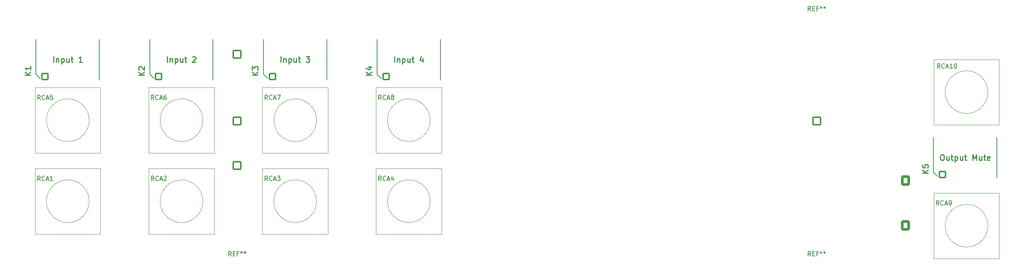
<source format=gbr>
%TF.GenerationSoftware,KiCad,Pcbnew,7.0.10*%
%TF.CreationDate,2024-01-24T20:37:13+01:00*%
%TF.ProjectId,ThePreamp-Analogue,54686550-7265-4616-9d70-2d416e616c6f,rev?*%
%TF.SameCoordinates,Original*%
%TF.FileFunction,Legend,Top*%
%TF.FilePolarity,Positive*%
%FSLAX46Y46*%
G04 Gerber Fmt 4.6, Leading zero omitted, Abs format (unit mm)*
G04 Created by KiCad (PCBNEW 7.0.10) date 2024-01-24 20:37:13*
%MOMM*%
%LPD*%
G01*
G04 APERTURE LIST*
G04 Aperture macros list*
%AMRoundRect*
0 Rectangle with rounded corners*
0 $1 Rounding radius*
0 $2 $3 $4 $5 $6 $7 $8 $9 X,Y pos of 4 corners*
0 Add a 4 corners polygon primitive as box body*
4,1,4,$2,$3,$4,$5,$6,$7,$8,$9,$2,$3,0*
0 Add four circle primitives for the rounded corners*
1,1,$1+$1,$2,$3*
1,1,$1+$1,$4,$5*
1,1,$1+$1,$6,$7*
1,1,$1+$1,$8,$9*
0 Add four rect primitives between the rounded corners*
20,1,$1+$1,$2,$3,$4,$5,0*
20,1,$1+$1,$4,$5,$6,$7,0*
20,1,$1+$1,$6,$7,$8,$9,0*
20,1,$1+$1,$8,$9,$2,$3,0*%
G04 Aperture macros list end*
%ADD10C,0.150000*%
%ADD11C,0.254000*%
%ADD12C,0.120000*%
%ADD13C,0.200000*%
%ADD14O,2.400000X3.400000*%
%ADD15C,4.400000*%
%ADD16C,3.600000*%
%ADD17RoundRect,0.200000X0.675000X-0.675000X0.675000X0.675000X-0.675000X0.675000X-0.675000X-0.675000X0*%
%ADD18C,1.750000*%
%ADD19RoundRect,0.308824X-0.741176X-0.866176X0.741176X-0.866176X0.741176X0.866176X-0.741176X0.866176X0*%
%ADD20O,2.100000X2.350000*%
%ADD21C,2.000000*%
%ADD22O,2.000000X2.000000*%
%ADD23RoundRect,0.308824X0.741176X0.891176X-0.741176X0.891176X-0.741176X-0.891176X0.741176X-0.891176X0*%
%ADD24O,2.100000X2.400000*%
%ADD25RoundRect,0.200000X-0.850000X-0.850000X0.850000X-0.850000X0.850000X0.850000X-0.850000X0.850000X0*%
%ADD26O,2.100000X2.100000*%
%ADD27RoundRect,0.200000X0.850000X0.850000X-0.850000X0.850000X-0.850000X-0.850000X0.850000X-0.850000X0*%
G04 APERTURE END LIST*
D10*
X222648571Y50895181D02*
X222315238Y51371372D01*
X222077143Y50895181D02*
X222077143Y51895181D01*
X222077143Y51895181D02*
X222458095Y51895181D01*
X222458095Y51895181D02*
X222553333Y51847562D01*
X222553333Y51847562D02*
X222600952Y51799943D01*
X222600952Y51799943D02*
X222648571Y51704705D01*
X222648571Y51704705D02*
X222648571Y51561848D01*
X222648571Y51561848D02*
X222600952Y51466610D01*
X222600952Y51466610D02*
X222553333Y51418991D01*
X222553333Y51418991D02*
X222458095Y51371372D01*
X222458095Y51371372D02*
X222077143Y51371372D01*
X223648571Y50990420D02*
X223600952Y50942800D01*
X223600952Y50942800D02*
X223458095Y50895181D01*
X223458095Y50895181D02*
X223362857Y50895181D01*
X223362857Y50895181D02*
X223220000Y50942800D01*
X223220000Y50942800D02*
X223124762Y51038039D01*
X223124762Y51038039D02*
X223077143Y51133277D01*
X223077143Y51133277D02*
X223029524Y51323753D01*
X223029524Y51323753D02*
X223029524Y51466610D01*
X223029524Y51466610D02*
X223077143Y51657086D01*
X223077143Y51657086D02*
X223124762Y51752324D01*
X223124762Y51752324D02*
X223220000Y51847562D01*
X223220000Y51847562D02*
X223362857Y51895181D01*
X223362857Y51895181D02*
X223458095Y51895181D01*
X223458095Y51895181D02*
X223600952Y51847562D01*
X223600952Y51847562D02*
X223648571Y51799943D01*
X224029524Y51180896D02*
X224505714Y51180896D01*
X223934286Y50895181D02*
X224267619Y51895181D01*
X224267619Y51895181D02*
X224600952Y50895181D01*
X225458095Y50895181D02*
X224886667Y50895181D01*
X225172381Y50895181D02*
X225172381Y51895181D01*
X225172381Y51895181D02*
X225077143Y51752324D01*
X225077143Y51752324D02*
X224981905Y51657086D01*
X224981905Y51657086D02*
X224886667Y51609467D01*
X226077143Y51895181D02*
X226172381Y51895181D01*
X226172381Y51895181D02*
X226267619Y51847562D01*
X226267619Y51847562D02*
X226315238Y51799943D01*
X226315238Y51799943D02*
X226362857Y51704705D01*
X226362857Y51704705D02*
X226410476Y51514229D01*
X226410476Y51514229D02*
X226410476Y51276134D01*
X226410476Y51276134D02*
X226362857Y51085658D01*
X226362857Y51085658D02*
X226315238Y50990420D01*
X226315238Y50990420D02*
X226267619Y50942800D01*
X226267619Y50942800D02*
X226172381Y50895181D01*
X226172381Y50895181D02*
X226077143Y50895181D01*
X226077143Y50895181D02*
X225981905Y50942800D01*
X225981905Y50942800D02*
X225934286Y50990420D01*
X225934286Y50990420D02*
X225886667Y51085658D01*
X225886667Y51085658D02*
X225839048Y51276134D01*
X225839048Y51276134D02*
X225839048Y51514229D01*
X225839048Y51514229D02*
X225886667Y51704705D01*
X225886667Y51704705D02*
X225934286Y51799943D01*
X225934286Y51799943D02*
X225981905Y51847562D01*
X225981905Y51847562D02*
X226077143Y51895181D01*
X71824761Y25625181D02*
X71491428Y26101372D01*
X71253333Y25625181D02*
X71253333Y26625181D01*
X71253333Y26625181D02*
X71634285Y26625181D01*
X71634285Y26625181D02*
X71729523Y26577562D01*
X71729523Y26577562D02*
X71777142Y26529943D01*
X71777142Y26529943D02*
X71824761Y26434705D01*
X71824761Y26434705D02*
X71824761Y26291848D01*
X71824761Y26291848D02*
X71777142Y26196610D01*
X71777142Y26196610D02*
X71729523Y26148991D01*
X71729523Y26148991D02*
X71634285Y26101372D01*
X71634285Y26101372D02*
X71253333Y26101372D01*
X72824761Y25720420D02*
X72777142Y25672800D01*
X72777142Y25672800D02*
X72634285Y25625181D01*
X72634285Y25625181D02*
X72539047Y25625181D01*
X72539047Y25625181D02*
X72396190Y25672800D01*
X72396190Y25672800D02*
X72300952Y25768039D01*
X72300952Y25768039D02*
X72253333Y25863277D01*
X72253333Y25863277D02*
X72205714Y26053753D01*
X72205714Y26053753D02*
X72205714Y26196610D01*
X72205714Y26196610D02*
X72253333Y26387086D01*
X72253333Y26387086D02*
X72300952Y26482324D01*
X72300952Y26482324D02*
X72396190Y26577562D01*
X72396190Y26577562D02*
X72539047Y26625181D01*
X72539047Y26625181D02*
X72634285Y26625181D01*
X72634285Y26625181D02*
X72777142Y26577562D01*
X72777142Y26577562D02*
X72824761Y26529943D01*
X73205714Y25910896D02*
X73681904Y25910896D01*
X73110476Y25625181D02*
X73443809Y26625181D01*
X73443809Y26625181D02*
X73777142Y25625181D01*
X74015238Y26625181D02*
X74634285Y26625181D01*
X74634285Y26625181D02*
X74300952Y26244229D01*
X74300952Y26244229D02*
X74443809Y26244229D01*
X74443809Y26244229D02*
X74539047Y26196610D01*
X74539047Y26196610D02*
X74586666Y26148991D01*
X74586666Y26148991D02*
X74634285Y26053753D01*
X74634285Y26053753D02*
X74634285Y25815658D01*
X74634285Y25815658D02*
X74586666Y25720420D01*
X74586666Y25720420D02*
X74539047Y25672800D01*
X74539047Y25672800D02*
X74443809Y25625181D01*
X74443809Y25625181D02*
X74158095Y25625181D01*
X74158095Y25625181D02*
X74062857Y25672800D01*
X74062857Y25672800D02*
X74015238Y25720420D01*
X46324761Y43825181D02*
X45991428Y44301372D01*
X45753333Y43825181D02*
X45753333Y44825181D01*
X45753333Y44825181D02*
X46134285Y44825181D01*
X46134285Y44825181D02*
X46229523Y44777562D01*
X46229523Y44777562D02*
X46277142Y44729943D01*
X46277142Y44729943D02*
X46324761Y44634705D01*
X46324761Y44634705D02*
X46324761Y44491848D01*
X46324761Y44491848D02*
X46277142Y44396610D01*
X46277142Y44396610D02*
X46229523Y44348991D01*
X46229523Y44348991D02*
X46134285Y44301372D01*
X46134285Y44301372D02*
X45753333Y44301372D01*
X47324761Y43920420D02*
X47277142Y43872800D01*
X47277142Y43872800D02*
X47134285Y43825181D01*
X47134285Y43825181D02*
X47039047Y43825181D01*
X47039047Y43825181D02*
X46896190Y43872800D01*
X46896190Y43872800D02*
X46800952Y43968039D01*
X46800952Y43968039D02*
X46753333Y44063277D01*
X46753333Y44063277D02*
X46705714Y44253753D01*
X46705714Y44253753D02*
X46705714Y44396610D01*
X46705714Y44396610D02*
X46753333Y44587086D01*
X46753333Y44587086D02*
X46800952Y44682324D01*
X46800952Y44682324D02*
X46896190Y44777562D01*
X46896190Y44777562D02*
X47039047Y44825181D01*
X47039047Y44825181D02*
X47134285Y44825181D01*
X47134285Y44825181D02*
X47277142Y44777562D01*
X47277142Y44777562D02*
X47324761Y44729943D01*
X47705714Y44110896D02*
X48181904Y44110896D01*
X47610476Y43825181D02*
X47943809Y44825181D01*
X47943809Y44825181D02*
X48277142Y43825181D01*
X49039047Y44825181D02*
X48848571Y44825181D01*
X48848571Y44825181D02*
X48753333Y44777562D01*
X48753333Y44777562D02*
X48705714Y44729943D01*
X48705714Y44729943D02*
X48610476Y44587086D01*
X48610476Y44587086D02*
X48562857Y44396610D01*
X48562857Y44396610D02*
X48562857Y44015658D01*
X48562857Y44015658D02*
X48610476Y43920420D01*
X48610476Y43920420D02*
X48658095Y43872800D01*
X48658095Y43872800D02*
X48753333Y43825181D01*
X48753333Y43825181D02*
X48943809Y43825181D01*
X48943809Y43825181D02*
X49039047Y43872800D01*
X49039047Y43872800D02*
X49086666Y43920420D01*
X49086666Y43920420D02*
X49134285Y44015658D01*
X49134285Y44015658D02*
X49134285Y44253753D01*
X49134285Y44253753D02*
X49086666Y44348991D01*
X49086666Y44348991D02*
X49039047Y44396610D01*
X49039047Y44396610D02*
X48943809Y44444229D01*
X48943809Y44444229D02*
X48753333Y44444229D01*
X48753333Y44444229D02*
X48658095Y44396610D01*
X48658095Y44396610D02*
X48610476Y44348991D01*
X48610476Y44348991D02*
X48562857Y44253753D01*
X97324761Y43825181D02*
X96991428Y44301372D01*
X96753333Y43825181D02*
X96753333Y44825181D01*
X96753333Y44825181D02*
X97134285Y44825181D01*
X97134285Y44825181D02*
X97229523Y44777562D01*
X97229523Y44777562D02*
X97277142Y44729943D01*
X97277142Y44729943D02*
X97324761Y44634705D01*
X97324761Y44634705D02*
X97324761Y44491848D01*
X97324761Y44491848D02*
X97277142Y44396610D01*
X97277142Y44396610D02*
X97229523Y44348991D01*
X97229523Y44348991D02*
X97134285Y44301372D01*
X97134285Y44301372D02*
X96753333Y44301372D01*
X98324761Y43920420D02*
X98277142Y43872800D01*
X98277142Y43872800D02*
X98134285Y43825181D01*
X98134285Y43825181D02*
X98039047Y43825181D01*
X98039047Y43825181D02*
X97896190Y43872800D01*
X97896190Y43872800D02*
X97800952Y43968039D01*
X97800952Y43968039D02*
X97753333Y44063277D01*
X97753333Y44063277D02*
X97705714Y44253753D01*
X97705714Y44253753D02*
X97705714Y44396610D01*
X97705714Y44396610D02*
X97753333Y44587086D01*
X97753333Y44587086D02*
X97800952Y44682324D01*
X97800952Y44682324D02*
X97896190Y44777562D01*
X97896190Y44777562D02*
X98039047Y44825181D01*
X98039047Y44825181D02*
X98134285Y44825181D01*
X98134285Y44825181D02*
X98277142Y44777562D01*
X98277142Y44777562D02*
X98324761Y44729943D01*
X98705714Y44110896D02*
X99181904Y44110896D01*
X98610476Y43825181D02*
X98943809Y44825181D01*
X98943809Y44825181D02*
X99277142Y43825181D01*
X99753333Y44396610D02*
X99658095Y44444229D01*
X99658095Y44444229D02*
X99610476Y44491848D01*
X99610476Y44491848D02*
X99562857Y44587086D01*
X99562857Y44587086D02*
X99562857Y44634705D01*
X99562857Y44634705D02*
X99610476Y44729943D01*
X99610476Y44729943D02*
X99658095Y44777562D01*
X99658095Y44777562D02*
X99753333Y44825181D01*
X99753333Y44825181D02*
X99943809Y44825181D01*
X99943809Y44825181D02*
X100039047Y44777562D01*
X100039047Y44777562D02*
X100086666Y44729943D01*
X100086666Y44729943D02*
X100134285Y44634705D01*
X100134285Y44634705D02*
X100134285Y44587086D01*
X100134285Y44587086D02*
X100086666Y44491848D01*
X100086666Y44491848D02*
X100039047Y44444229D01*
X100039047Y44444229D02*
X99943809Y44396610D01*
X99943809Y44396610D02*
X99753333Y44396610D01*
X99753333Y44396610D02*
X99658095Y44348991D01*
X99658095Y44348991D02*
X99610476Y44301372D01*
X99610476Y44301372D02*
X99562857Y44206134D01*
X99562857Y44206134D02*
X99562857Y44015658D01*
X99562857Y44015658D02*
X99610476Y43920420D01*
X99610476Y43920420D02*
X99658095Y43872800D01*
X99658095Y43872800D02*
X99753333Y43825181D01*
X99753333Y43825181D02*
X99943809Y43825181D01*
X99943809Y43825181D02*
X100039047Y43872800D01*
X100039047Y43872800D02*
X100086666Y43920420D01*
X100086666Y43920420D02*
X100134285Y44015658D01*
X100134285Y44015658D02*
X100134285Y44206134D01*
X100134285Y44206134D02*
X100086666Y44301372D01*
X100086666Y44301372D02*
X100039047Y44348991D01*
X100039047Y44348991D02*
X99943809Y44396610D01*
X20824761Y25625181D02*
X20491428Y26101372D01*
X20253333Y25625181D02*
X20253333Y26625181D01*
X20253333Y26625181D02*
X20634285Y26625181D01*
X20634285Y26625181D02*
X20729523Y26577562D01*
X20729523Y26577562D02*
X20777142Y26529943D01*
X20777142Y26529943D02*
X20824761Y26434705D01*
X20824761Y26434705D02*
X20824761Y26291848D01*
X20824761Y26291848D02*
X20777142Y26196610D01*
X20777142Y26196610D02*
X20729523Y26148991D01*
X20729523Y26148991D02*
X20634285Y26101372D01*
X20634285Y26101372D02*
X20253333Y26101372D01*
X21824761Y25720420D02*
X21777142Y25672800D01*
X21777142Y25672800D02*
X21634285Y25625181D01*
X21634285Y25625181D02*
X21539047Y25625181D01*
X21539047Y25625181D02*
X21396190Y25672800D01*
X21396190Y25672800D02*
X21300952Y25768039D01*
X21300952Y25768039D02*
X21253333Y25863277D01*
X21253333Y25863277D02*
X21205714Y26053753D01*
X21205714Y26053753D02*
X21205714Y26196610D01*
X21205714Y26196610D02*
X21253333Y26387086D01*
X21253333Y26387086D02*
X21300952Y26482324D01*
X21300952Y26482324D02*
X21396190Y26577562D01*
X21396190Y26577562D02*
X21539047Y26625181D01*
X21539047Y26625181D02*
X21634285Y26625181D01*
X21634285Y26625181D02*
X21777142Y26577562D01*
X21777142Y26577562D02*
X21824761Y26529943D01*
X22205714Y25910896D02*
X22681904Y25910896D01*
X22110476Y25625181D02*
X22443809Y26625181D01*
X22443809Y26625181D02*
X22777142Y25625181D01*
X23634285Y25625181D02*
X23062857Y25625181D01*
X23348571Y25625181D02*
X23348571Y26625181D01*
X23348571Y26625181D02*
X23253333Y26482324D01*
X23253333Y26482324D02*
X23158095Y26387086D01*
X23158095Y26387086D02*
X23062857Y26339467D01*
X20824761Y43825181D02*
X20491428Y44301372D01*
X20253333Y43825181D02*
X20253333Y44825181D01*
X20253333Y44825181D02*
X20634285Y44825181D01*
X20634285Y44825181D02*
X20729523Y44777562D01*
X20729523Y44777562D02*
X20777142Y44729943D01*
X20777142Y44729943D02*
X20824761Y44634705D01*
X20824761Y44634705D02*
X20824761Y44491848D01*
X20824761Y44491848D02*
X20777142Y44396610D01*
X20777142Y44396610D02*
X20729523Y44348991D01*
X20729523Y44348991D02*
X20634285Y44301372D01*
X20634285Y44301372D02*
X20253333Y44301372D01*
X21824761Y43920420D02*
X21777142Y43872800D01*
X21777142Y43872800D02*
X21634285Y43825181D01*
X21634285Y43825181D02*
X21539047Y43825181D01*
X21539047Y43825181D02*
X21396190Y43872800D01*
X21396190Y43872800D02*
X21300952Y43968039D01*
X21300952Y43968039D02*
X21253333Y44063277D01*
X21253333Y44063277D02*
X21205714Y44253753D01*
X21205714Y44253753D02*
X21205714Y44396610D01*
X21205714Y44396610D02*
X21253333Y44587086D01*
X21253333Y44587086D02*
X21300952Y44682324D01*
X21300952Y44682324D02*
X21396190Y44777562D01*
X21396190Y44777562D02*
X21539047Y44825181D01*
X21539047Y44825181D02*
X21634285Y44825181D01*
X21634285Y44825181D02*
X21777142Y44777562D01*
X21777142Y44777562D02*
X21824761Y44729943D01*
X22205714Y44110896D02*
X22681904Y44110896D01*
X22110476Y43825181D02*
X22443809Y44825181D01*
X22443809Y44825181D02*
X22777142Y43825181D01*
X23586666Y44825181D02*
X23110476Y44825181D01*
X23110476Y44825181D02*
X23062857Y44348991D01*
X23062857Y44348991D02*
X23110476Y44396610D01*
X23110476Y44396610D02*
X23205714Y44444229D01*
X23205714Y44444229D02*
X23443809Y44444229D01*
X23443809Y44444229D02*
X23539047Y44396610D01*
X23539047Y44396610D02*
X23586666Y44348991D01*
X23586666Y44348991D02*
X23634285Y44253753D01*
X23634285Y44253753D02*
X23634285Y44015658D01*
X23634285Y44015658D02*
X23586666Y43920420D01*
X23586666Y43920420D02*
X23539047Y43872800D01*
X23539047Y43872800D02*
X23443809Y43825181D01*
X23443809Y43825181D02*
X23205714Y43825181D01*
X23205714Y43825181D02*
X23110476Y43872800D01*
X23110476Y43872800D02*
X23062857Y43920420D01*
X97324761Y25625181D02*
X96991428Y26101372D01*
X96753333Y25625181D02*
X96753333Y26625181D01*
X96753333Y26625181D02*
X97134285Y26625181D01*
X97134285Y26625181D02*
X97229523Y26577562D01*
X97229523Y26577562D02*
X97277142Y26529943D01*
X97277142Y26529943D02*
X97324761Y26434705D01*
X97324761Y26434705D02*
X97324761Y26291848D01*
X97324761Y26291848D02*
X97277142Y26196610D01*
X97277142Y26196610D02*
X97229523Y26148991D01*
X97229523Y26148991D02*
X97134285Y26101372D01*
X97134285Y26101372D02*
X96753333Y26101372D01*
X98324761Y25720420D02*
X98277142Y25672800D01*
X98277142Y25672800D02*
X98134285Y25625181D01*
X98134285Y25625181D02*
X98039047Y25625181D01*
X98039047Y25625181D02*
X97896190Y25672800D01*
X97896190Y25672800D02*
X97800952Y25768039D01*
X97800952Y25768039D02*
X97753333Y25863277D01*
X97753333Y25863277D02*
X97705714Y26053753D01*
X97705714Y26053753D02*
X97705714Y26196610D01*
X97705714Y26196610D02*
X97753333Y26387086D01*
X97753333Y26387086D02*
X97800952Y26482324D01*
X97800952Y26482324D02*
X97896190Y26577562D01*
X97896190Y26577562D02*
X98039047Y26625181D01*
X98039047Y26625181D02*
X98134285Y26625181D01*
X98134285Y26625181D02*
X98277142Y26577562D01*
X98277142Y26577562D02*
X98324761Y26529943D01*
X98705714Y25910896D02*
X99181904Y25910896D01*
X98610476Y25625181D02*
X98943809Y26625181D01*
X98943809Y26625181D02*
X99277142Y25625181D01*
X100039047Y26291848D02*
X100039047Y25625181D01*
X99800952Y26672800D02*
X99562857Y25958515D01*
X99562857Y25958515D02*
X100181904Y25958515D01*
X71824761Y43825181D02*
X71491428Y44301372D01*
X71253333Y43825181D02*
X71253333Y44825181D01*
X71253333Y44825181D02*
X71634285Y44825181D01*
X71634285Y44825181D02*
X71729523Y44777562D01*
X71729523Y44777562D02*
X71777142Y44729943D01*
X71777142Y44729943D02*
X71824761Y44634705D01*
X71824761Y44634705D02*
X71824761Y44491848D01*
X71824761Y44491848D02*
X71777142Y44396610D01*
X71777142Y44396610D02*
X71729523Y44348991D01*
X71729523Y44348991D02*
X71634285Y44301372D01*
X71634285Y44301372D02*
X71253333Y44301372D01*
X72824761Y43920420D02*
X72777142Y43872800D01*
X72777142Y43872800D02*
X72634285Y43825181D01*
X72634285Y43825181D02*
X72539047Y43825181D01*
X72539047Y43825181D02*
X72396190Y43872800D01*
X72396190Y43872800D02*
X72300952Y43968039D01*
X72300952Y43968039D02*
X72253333Y44063277D01*
X72253333Y44063277D02*
X72205714Y44253753D01*
X72205714Y44253753D02*
X72205714Y44396610D01*
X72205714Y44396610D02*
X72253333Y44587086D01*
X72253333Y44587086D02*
X72300952Y44682324D01*
X72300952Y44682324D02*
X72396190Y44777562D01*
X72396190Y44777562D02*
X72539047Y44825181D01*
X72539047Y44825181D02*
X72634285Y44825181D01*
X72634285Y44825181D02*
X72777142Y44777562D01*
X72777142Y44777562D02*
X72824761Y44729943D01*
X73205714Y44110896D02*
X73681904Y44110896D01*
X73110476Y43825181D02*
X73443809Y44825181D01*
X73443809Y44825181D02*
X73777142Y43825181D01*
X74015238Y44825181D02*
X74681904Y44825181D01*
X74681904Y44825181D02*
X74253333Y43825181D01*
X46324761Y25625181D02*
X45991428Y26101372D01*
X45753333Y25625181D02*
X45753333Y26625181D01*
X45753333Y26625181D02*
X46134285Y26625181D01*
X46134285Y26625181D02*
X46229523Y26577562D01*
X46229523Y26577562D02*
X46277142Y26529943D01*
X46277142Y26529943D02*
X46324761Y26434705D01*
X46324761Y26434705D02*
X46324761Y26291848D01*
X46324761Y26291848D02*
X46277142Y26196610D01*
X46277142Y26196610D02*
X46229523Y26148991D01*
X46229523Y26148991D02*
X46134285Y26101372D01*
X46134285Y26101372D02*
X45753333Y26101372D01*
X47324761Y25720420D02*
X47277142Y25672800D01*
X47277142Y25672800D02*
X47134285Y25625181D01*
X47134285Y25625181D02*
X47039047Y25625181D01*
X47039047Y25625181D02*
X46896190Y25672800D01*
X46896190Y25672800D02*
X46800952Y25768039D01*
X46800952Y25768039D02*
X46753333Y25863277D01*
X46753333Y25863277D02*
X46705714Y26053753D01*
X46705714Y26053753D02*
X46705714Y26196610D01*
X46705714Y26196610D02*
X46753333Y26387086D01*
X46753333Y26387086D02*
X46800952Y26482324D01*
X46800952Y26482324D02*
X46896190Y26577562D01*
X46896190Y26577562D02*
X47039047Y26625181D01*
X47039047Y26625181D02*
X47134285Y26625181D01*
X47134285Y26625181D02*
X47277142Y26577562D01*
X47277142Y26577562D02*
X47324761Y26529943D01*
X47705714Y25910896D02*
X48181904Y25910896D01*
X47610476Y25625181D02*
X47943809Y26625181D01*
X47943809Y26625181D02*
X48277142Y25625181D01*
X48562857Y26529943D02*
X48610476Y26577562D01*
X48610476Y26577562D02*
X48705714Y26625181D01*
X48705714Y26625181D02*
X48943809Y26625181D01*
X48943809Y26625181D02*
X49039047Y26577562D01*
X49039047Y26577562D02*
X49086666Y26529943D01*
X49086666Y26529943D02*
X49134285Y26434705D01*
X49134285Y26434705D02*
X49134285Y26339467D01*
X49134285Y26339467D02*
X49086666Y26196610D01*
X49086666Y26196610D02*
X48515238Y25625181D01*
X48515238Y25625181D02*
X49134285Y25625181D01*
X222424761Y20125181D02*
X222091428Y20601372D01*
X221853333Y20125181D02*
X221853333Y21125181D01*
X221853333Y21125181D02*
X222234285Y21125181D01*
X222234285Y21125181D02*
X222329523Y21077562D01*
X222329523Y21077562D02*
X222377142Y21029943D01*
X222377142Y21029943D02*
X222424761Y20934705D01*
X222424761Y20934705D02*
X222424761Y20791848D01*
X222424761Y20791848D02*
X222377142Y20696610D01*
X222377142Y20696610D02*
X222329523Y20648991D01*
X222329523Y20648991D02*
X222234285Y20601372D01*
X222234285Y20601372D02*
X221853333Y20601372D01*
X223424761Y20220420D02*
X223377142Y20172800D01*
X223377142Y20172800D02*
X223234285Y20125181D01*
X223234285Y20125181D02*
X223139047Y20125181D01*
X223139047Y20125181D02*
X222996190Y20172800D01*
X222996190Y20172800D02*
X222900952Y20268039D01*
X222900952Y20268039D02*
X222853333Y20363277D01*
X222853333Y20363277D02*
X222805714Y20553753D01*
X222805714Y20553753D02*
X222805714Y20696610D01*
X222805714Y20696610D02*
X222853333Y20887086D01*
X222853333Y20887086D02*
X222900952Y20982324D01*
X222900952Y20982324D02*
X222996190Y21077562D01*
X222996190Y21077562D02*
X223139047Y21125181D01*
X223139047Y21125181D02*
X223234285Y21125181D01*
X223234285Y21125181D02*
X223377142Y21077562D01*
X223377142Y21077562D02*
X223424761Y21029943D01*
X223805714Y20410896D02*
X224281904Y20410896D01*
X223710476Y20125181D02*
X224043809Y21125181D01*
X224043809Y21125181D02*
X224377142Y20125181D01*
X224758095Y20125181D02*
X224948571Y20125181D01*
X224948571Y20125181D02*
X225043809Y20172800D01*
X225043809Y20172800D02*
X225091428Y20220420D01*
X225091428Y20220420D02*
X225186666Y20363277D01*
X225186666Y20363277D02*
X225234285Y20553753D01*
X225234285Y20553753D02*
X225234285Y20934705D01*
X225234285Y20934705D02*
X225186666Y21029943D01*
X225186666Y21029943D02*
X225139047Y21077562D01*
X225139047Y21077562D02*
X225043809Y21125181D01*
X225043809Y21125181D02*
X224853333Y21125181D01*
X224853333Y21125181D02*
X224758095Y21077562D01*
X224758095Y21077562D02*
X224710476Y21029943D01*
X224710476Y21029943D02*
X224662857Y20934705D01*
X224662857Y20934705D02*
X224662857Y20696610D01*
X224662857Y20696610D02*
X224710476Y20601372D01*
X224710476Y20601372D02*
X224758095Y20553753D01*
X224758095Y20553753D02*
X224853333Y20506134D01*
X224853333Y20506134D02*
X225043809Y20506134D01*
X225043809Y20506134D02*
X225139047Y20553753D01*
X225139047Y20553753D02*
X225186666Y20601372D01*
X225186666Y20601372D02*
X225234285Y20696610D01*
D11*
X95164318Y49332619D02*
X93894318Y49332619D01*
X95164318Y50058334D02*
X94438603Y49514048D01*
X93894318Y50058334D02*
X94620032Y49332619D01*
X94317651Y51146905D02*
X95164318Y51146905D01*
X93833842Y50844524D02*
X94740984Y50542143D01*
X94740984Y50542143D02*
X94740984Y51328334D01*
X100304999Y52235682D02*
X100304999Y53505682D01*
X100909761Y53082349D02*
X100909761Y52235682D01*
X100909761Y52961397D02*
X100970238Y53021873D01*
X100970238Y53021873D02*
X101091190Y53082349D01*
X101091190Y53082349D02*
X101272619Y53082349D01*
X101272619Y53082349D02*
X101393571Y53021873D01*
X101393571Y53021873D02*
X101454047Y52900920D01*
X101454047Y52900920D02*
X101454047Y52235682D01*
X102058809Y53082349D02*
X102058809Y51812349D01*
X102058809Y53021873D02*
X102179762Y53082349D01*
X102179762Y53082349D02*
X102421667Y53082349D01*
X102421667Y53082349D02*
X102542619Y53021873D01*
X102542619Y53021873D02*
X102603095Y52961397D01*
X102603095Y52961397D02*
X102663571Y52840444D01*
X102663571Y52840444D02*
X102663571Y52477587D01*
X102663571Y52477587D02*
X102603095Y52356635D01*
X102603095Y52356635D02*
X102542619Y52296158D01*
X102542619Y52296158D02*
X102421667Y52235682D01*
X102421667Y52235682D02*
X102179762Y52235682D01*
X102179762Y52235682D02*
X102058809Y52296158D01*
X103752143Y53082349D02*
X103752143Y52235682D01*
X103207857Y53082349D02*
X103207857Y52417111D01*
X103207857Y52417111D02*
X103268334Y52296158D01*
X103268334Y52296158D02*
X103389286Y52235682D01*
X103389286Y52235682D02*
X103570715Y52235682D01*
X103570715Y52235682D02*
X103691667Y52296158D01*
X103691667Y52296158D02*
X103752143Y52356635D01*
X104175477Y53082349D02*
X104659286Y53082349D01*
X104356905Y53505682D02*
X104356905Y52417111D01*
X104356905Y52417111D02*
X104417382Y52296158D01*
X104417382Y52296158D02*
X104538334Y52235682D01*
X104538334Y52235682D02*
X104659286Y52235682D01*
X106594524Y53082349D02*
X106594524Y52235682D01*
X106292143Y53566158D02*
X105989762Y52659016D01*
X105989762Y52659016D02*
X106775953Y52659016D01*
D10*
X193666666Y63745181D02*
X193333333Y64221372D01*
X193095238Y63745181D02*
X193095238Y64745181D01*
X193095238Y64745181D02*
X193476190Y64745181D01*
X193476190Y64745181D02*
X193571428Y64697562D01*
X193571428Y64697562D02*
X193619047Y64649943D01*
X193619047Y64649943D02*
X193666666Y64554705D01*
X193666666Y64554705D02*
X193666666Y64411848D01*
X193666666Y64411848D02*
X193619047Y64316610D01*
X193619047Y64316610D02*
X193571428Y64268991D01*
X193571428Y64268991D02*
X193476190Y64221372D01*
X193476190Y64221372D02*
X193095238Y64221372D01*
X194095238Y64268991D02*
X194428571Y64268991D01*
X194571428Y63745181D02*
X194095238Y63745181D01*
X194095238Y63745181D02*
X194095238Y64745181D01*
X194095238Y64745181D02*
X194571428Y64745181D01*
X195333333Y64268991D02*
X195000000Y64268991D01*
X195000000Y63745181D02*
X195000000Y64745181D01*
X195000000Y64745181D02*
X195476190Y64745181D01*
X196000000Y64745181D02*
X196000000Y64507086D01*
X195761905Y64602324D02*
X196000000Y64507086D01*
X196000000Y64507086D02*
X196238095Y64602324D01*
X195857143Y64316610D02*
X196000000Y64507086D01*
X196000000Y64507086D02*
X196142857Y64316610D01*
X196761905Y64745181D02*
X196761905Y64507086D01*
X196523810Y64602324D02*
X196761905Y64507086D01*
X196761905Y64507086D02*
X197000000Y64602324D01*
X196619048Y64316610D02*
X196761905Y64507086D01*
X196761905Y64507086D02*
X196904762Y64316610D01*
D11*
X44164318Y49332619D02*
X42894318Y49332619D01*
X44164318Y50058334D02*
X43438603Y49514048D01*
X42894318Y50058334D02*
X43620032Y49332619D01*
X43015270Y50542143D02*
X42954794Y50602619D01*
X42954794Y50602619D02*
X42894318Y50723572D01*
X42894318Y50723572D02*
X42894318Y51025953D01*
X42894318Y51025953D02*
X42954794Y51146905D01*
X42954794Y51146905D02*
X43015270Y51207381D01*
X43015270Y51207381D02*
X43136222Y51267858D01*
X43136222Y51267858D02*
X43257175Y51267858D01*
X43257175Y51267858D02*
X43438603Y51207381D01*
X43438603Y51207381D02*
X44164318Y50481667D01*
X44164318Y50481667D02*
X44164318Y51267858D01*
X49304999Y52235682D02*
X49304999Y53505682D01*
X49909761Y53082349D02*
X49909761Y52235682D01*
X49909761Y52961397D02*
X49970238Y53021873D01*
X49970238Y53021873D02*
X50091190Y53082349D01*
X50091190Y53082349D02*
X50272619Y53082349D01*
X50272619Y53082349D02*
X50393571Y53021873D01*
X50393571Y53021873D02*
X50454047Y52900920D01*
X50454047Y52900920D02*
X50454047Y52235682D01*
X51058809Y53082349D02*
X51058809Y51812349D01*
X51058809Y53021873D02*
X51179762Y53082349D01*
X51179762Y53082349D02*
X51421667Y53082349D01*
X51421667Y53082349D02*
X51542619Y53021873D01*
X51542619Y53021873D02*
X51603095Y52961397D01*
X51603095Y52961397D02*
X51663571Y52840444D01*
X51663571Y52840444D02*
X51663571Y52477587D01*
X51663571Y52477587D02*
X51603095Y52356635D01*
X51603095Y52356635D02*
X51542619Y52296158D01*
X51542619Y52296158D02*
X51421667Y52235682D01*
X51421667Y52235682D02*
X51179762Y52235682D01*
X51179762Y52235682D02*
X51058809Y52296158D01*
X52752143Y53082349D02*
X52752143Y52235682D01*
X52207857Y53082349D02*
X52207857Y52417111D01*
X52207857Y52417111D02*
X52268334Y52296158D01*
X52268334Y52296158D02*
X52389286Y52235682D01*
X52389286Y52235682D02*
X52570715Y52235682D01*
X52570715Y52235682D02*
X52691667Y52296158D01*
X52691667Y52296158D02*
X52752143Y52356635D01*
X53175477Y53082349D02*
X53659286Y53082349D01*
X53356905Y53505682D02*
X53356905Y52417111D01*
X53356905Y52417111D02*
X53417382Y52296158D01*
X53417382Y52296158D02*
X53538334Y52235682D01*
X53538334Y52235682D02*
X53659286Y52235682D01*
X54989762Y53384730D02*
X55050238Y53445206D01*
X55050238Y53445206D02*
X55171191Y53505682D01*
X55171191Y53505682D02*
X55473572Y53505682D01*
X55473572Y53505682D02*
X55594524Y53445206D01*
X55594524Y53445206D02*
X55655000Y53384730D01*
X55655000Y53384730D02*
X55715477Y53263778D01*
X55715477Y53263778D02*
X55715477Y53142825D01*
X55715477Y53142825D02*
X55655000Y52961397D01*
X55655000Y52961397D02*
X54929286Y52235682D01*
X54929286Y52235682D02*
X55715477Y52235682D01*
X18664318Y49332619D02*
X17394318Y49332619D01*
X18664318Y50058334D02*
X17938603Y49514048D01*
X17394318Y50058334D02*
X18120032Y49332619D01*
X18664318Y51267858D02*
X18664318Y50542143D01*
X18664318Y50905000D02*
X17394318Y50905000D01*
X17394318Y50905000D02*
X17575746Y50784048D01*
X17575746Y50784048D02*
X17696699Y50663096D01*
X17696699Y50663096D02*
X17757175Y50542143D01*
X23804999Y52235682D02*
X23804999Y53505682D01*
X24409761Y53082349D02*
X24409761Y52235682D01*
X24409761Y52961397D02*
X24470238Y53021873D01*
X24470238Y53021873D02*
X24591190Y53082349D01*
X24591190Y53082349D02*
X24772619Y53082349D01*
X24772619Y53082349D02*
X24893571Y53021873D01*
X24893571Y53021873D02*
X24954047Y52900920D01*
X24954047Y52900920D02*
X24954047Y52235682D01*
X25558809Y53082349D02*
X25558809Y51812349D01*
X25558809Y53021873D02*
X25679762Y53082349D01*
X25679762Y53082349D02*
X25921667Y53082349D01*
X25921667Y53082349D02*
X26042619Y53021873D01*
X26042619Y53021873D02*
X26103095Y52961397D01*
X26103095Y52961397D02*
X26163571Y52840444D01*
X26163571Y52840444D02*
X26163571Y52477587D01*
X26163571Y52477587D02*
X26103095Y52356635D01*
X26103095Y52356635D02*
X26042619Y52296158D01*
X26042619Y52296158D02*
X25921667Y52235682D01*
X25921667Y52235682D02*
X25679762Y52235682D01*
X25679762Y52235682D02*
X25558809Y52296158D01*
X27252143Y53082349D02*
X27252143Y52235682D01*
X26707857Y53082349D02*
X26707857Y52417111D01*
X26707857Y52417111D02*
X26768334Y52296158D01*
X26768334Y52296158D02*
X26889286Y52235682D01*
X26889286Y52235682D02*
X27070715Y52235682D01*
X27070715Y52235682D02*
X27191667Y52296158D01*
X27191667Y52296158D02*
X27252143Y52356635D01*
X27675477Y53082349D02*
X28159286Y53082349D01*
X27856905Y53505682D02*
X27856905Y52417111D01*
X27856905Y52417111D02*
X27917382Y52296158D01*
X27917382Y52296158D02*
X28038334Y52235682D01*
X28038334Y52235682D02*
X28159286Y52235682D01*
X30215477Y52235682D02*
X29489762Y52235682D01*
X29852619Y52235682D02*
X29852619Y53505682D01*
X29852619Y53505682D02*
X29731667Y53324254D01*
X29731667Y53324254D02*
X29610715Y53203301D01*
X29610715Y53203301D02*
X29489762Y53142825D01*
D10*
X193666666Y8745181D02*
X193333333Y9221372D01*
X193095238Y8745181D02*
X193095238Y9745181D01*
X193095238Y9745181D02*
X193476190Y9745181D01*
X193476190Y9745181D02*
X193571428Y9697562D01*
X193571428Y9697562D02*
X193619047Y9649943D01*
X193619047Y9649943D02*
X193666666Y9554705D01*
X193666666Y9554705D02*
X193666666Y9411848D01*
X193666666Y9411848D02*
X193619047Y9316610D01*
X193619047Y9316610D02*
X193571428Y9268991D01*
X193571428Y9268991D02*
X193476190Y9221372D01*
X193476190Y9221372D02*
X193095238Y9221372D01*
X194095238Y9268991D02*
X194428571Y9268991D01*
X194571428Y8745181D02*
X194095238Y8745181D01*
X194095238Y8745181D02*
X194095238Y9745181D01*
X194095238Y9745181D02*
X194571428Y9745181D01*
X195333333Y9268991D02*
X195000000Y9268991D01*
X195000000Y8745181D02*
X195000000Y9745181D01*
X195000000Y9745181D02*
X195476190Y9745181D01*
X196000000Y9745181D02*
X196000000Y9507086D01*
X195761905Y9602324D02*
X196000000Y9507086D01*
X196000000Y9507086D02*
X196238095Y9602324D01*
X195857143Y9316610D02*
X196000000Y9507086D01*
X196000000Y9507086D02*
X196142857Y9316610D01*
X196761905Y9745181D02*
X196761905Y9507086D01*
X196523810Y9602324D02*
X196761905Y9507086D01*
X196761905Y9507086D02*
X197000000Y9602324D01*
X196619048Y9316610D02*
X196761905Y9507086D01*
X196761905Y9507086D02*
X196904762Y9316610D01*
D11*
X69664318Y49332619D02*
X68394318Y49332619D01*
X69664318Y50058334D02*
X68938603Y49514048D01*
X68394318Y50058334D02*
X69120032Y49332619D01*
X68394318Y50481667D02*
X68394318Y51267858D01*
X68394318Y51267858D02*
X68878127Y50844524D01*
X68878127Y50844524D02*
X68878127Y51025953D01*
X68878127Y51025953D02*
X68938603Y51146905D01*
X68938603Y51146905D02*
X68999080Y51207381D01*
X68999080Y51207381D02*
X69120032Y51267858D01*
X69120032Y51267858D02*
X69422413Y51267858D01*
X69422413Y51267858D02*
X69543365Y51207381D01*
X69543365Y51207381D02*
X69603842Y51146905D01*
X69603842Y51146905D02*
X69664318Y51025953D01*
X69664318Y51025953D02*
X69664318Y50663096D01*
X69664318Y50663096D02*
X69603842Y50542143D01*
X69603842Y50542143D02*
X69543365Y50481667D01*
X74804999Y52235682D02*
X74804999Y53505682D01*
X75409761Y53082349D02*
X75409761Y52235682D01*
X75409761Y52961397D02*
X75470238Y53021873D01*
X75470238Y53021873D02*
X75591190Y53082349D01*
X75591190Y53082349D02*
X75772619Y53082349D01*
X75772619Y53082349D02*
X75893571Y53021873D01*
X75893571Y53021873D02*
X75954047Y52900920D01*
X75954047Y52900920D02*
X75954047Y52235682D01*
X76558809Y53082349D02*
X76558809Y51812349D01*
X76558809Y53021873D02*
X76679762Y53082349D01*
X76679762Y53082349D02*
X76921667Y53082349D01*
X76921667Y53082349D02*
X77042619Y53021873D01*
X77042619Y53021873D02*
X77103095Y52961397D01*
X77103095Y52961397D02*
X77163571Y52840444D01*
X77163571Y52840444D02*
X77163571Y52477587D01*
X77163571Y52477587D02*
X77103095Y52356635D01*
X77103095Y52356635D02*
X77042619Y52296158D01*
X77042619Y52296158D02*
X76921667Y52235682D01*
X76921667Y52235682D02*
X76679762Y52235682D01*
X76679762Y52235682D02*
X76558809Y52296158D01*
X78252143Y53082349D02*
X78252143Y52235682D01*
X77707857Y53082349D02*
X77707857Y52417111D01*
X77707857Y52417111D02*
X77768334Y52296158D01*
X77768334Y52296158D02*
X77889286Y52235682D01*
X77889286Y52235682D02*
X78070715Y52235682D01*
X78070715Y52235682D02*
X78191667Y52296158D01*
X78191667Y52296158D02*
X78252143Y52356635D01*
X78675477Y53082349D02*
X79159286Y53082349D01*
X78856905Y53505682D02*
X78856905Y52417111D01*
X78856905Y52417111D02*
X78917382Y52296158D01*
X78917382Y52296158D02*
X79038334Y52235682D01*
X79038334Y52235682D02*
X79159286Y52235682D01*
X80429286Y53505682D02*
X81215477Y53505682D01*
X81215477Y53505682D02*
X80792143Y53021873D01*
X80792143Y53021873D02*
X80973572Y53021873D01*
X80973572Y53021873D02*
X81094524Y52961397D01*
X81094524Y52961397D02*
X81155000Y52900920D01*
X81155000Y52900920D02*
X81215477Y52779968D01*
X81215477Y52779968D02*
X81215477Y52477587D01*
X81215477Y52477587D02*
X81155000Y52356635D01*
X81155000Y52356635D02*
X81094524Y52296158D01*
X81094524Y52296158D02*
X80973572Y52235682D01*
X80973572Y52235682D02*
X80610715Y52235682D01*
X80610715Y52235682D02*
X80489762Y52296158D01*
X80489762Y52296158D02*
X80429286Y52356635D01*
X219984318Y27322619D02*
X218714318Y27322619D01*
X219984318Y28048334D02*
X219258603Y27504048D01*
X218714318Y28048334D02*
X219440032Y27322619D01*
X218714318Y29197381D02*
X218714318Y28592619D01*
X218714318Y28592619D02*
X219319080Y28532143D01*
X219319080Y28532143D02*
X219258603Y28592619D01*
X219258603Y28592619D02*
X219198127Y28713572D01*
X219198127Y28713572D02*
X219198127Y29015953D01*
X219198127Y29015953D02*
X219258603Y29136905D01*
X219258603Y29136905D02*
X219319080Y29197381D01*
X219319080Y29197381D02*
X219440032Y29257858D01*
X219440032Y29257858D02*
X219742413Y29257858D01*
X219742413Y29257858D02*
X219863365Y29197381D01*
X219863365Y29197381D02*
X219923842Y29136905D01*
X219923842Y29136905D02*
X219984318Y29015953D01*
X219984318Y29015953D02*
X219984318Y28713572D01*
X219984318Y28713572D02*
X219923842Y28592619D01*
X219923842Y28592619D02*
X219863365Y28532143D01*
X223038571Y31495682D02*
X223280476Y31495682D01*
X223280476Y31495682D02*
X223401428Y31435206D01*
X223401428Y31435206D02*
X223522381Y31314254D01*
X223522381Y31314254D02*
X223582857Y31072349D01*
X223582857Y31072349D02*
X223582857Y30649016D01*
X223582857Y30649016D02*
X223522381Y30407111D01*
X223522381Y30407111D02*
X223401428Y30286158D01*
X223401428Y30286158D02*
X223280476Y30225682D01*
X223280476Y30225682D02*
X223038571Y30225682D01*
X223038571Y30225682D02*
X222917619Y30286158D01*
X222917619Y30286158D02*
X222796666Y30407111D01*
X222796666Y30407111D02*
X222736190Y30649016D01*
X222736190Y30649016D02*
X222736190Y31072349D01*
X222736190Y31072349D02*
X222796666Y31314254D01*
X222796666Y31314254D02*
X222917619Y31435206D01*
X222917619Y31435206D02*
X223038571Y31495682D01*
X224671428Y31072349D02*
X224671428Y30225682D01*
X224127142Y31072349D02*
X224127142Y30407111D01*
X224127142Y30407111D02*
X224187619Y30286158D01*
X224187619Y30286158D02*
X224308571Y30225682D01*
X224308571Y30225682D02*
X224490000Y30225682D01*
X224490000Y30225682D02*
X224610952Y30286158D01*
X224610952Y30286158D02*
X224671428Y30346635D01*
X225094762Y31072349D02*
X225578571Y31072349D01*
X225276190Y31495682D02*
X225276190Y30407111D01*
X225276190Y30407111D02*
X225336667Y30286158D01*
X225336667Y30286158D02*
X225457619Y30225682D01*
X225457619Y30225682D02*
X225578571Y30225682D01*
X226001904Y31072349D02*
X226001904Y29802349D01*
X226001904Y31011873D02*
X226122857Y31072349D01*
X226122857Y31072349D02*
X226364762Y31072349D01*
X226364762Y31072349D02*
X226485714Y31011873D01*
X226485714Y31011873D02*
X226546190Y30951397D01*
X226546190Y30951397D02*
X226606666Y30830444D01*
X226606666Y30830444D02*
X226606666Y30467587D01*
X226606666Y30467587D02*
X226546190Y30346635D01*
X226546190Y30346635D02*
X226485714Y30286158D01*
X226485714Y30286158D02*
X226364762Y30225682D01*
X226364762Y30225682D02*
X226122857Y30225682D01*
X226122857Y30225682D02*
X226001904Y30286158D01*
X227695238Y31072349D02*
X227695238Y30225682D01*
X227150952Y31072349D02*
X227150952Y30407111D01*
X227150952Y30407111D02*
X227211429Y30286158D01*
X227211429Y30286158D02*
X227332381Y30225682D01*
X227332381Y30225682D02*
X227513810Y30225682D01*
X227513810Y30225682D02*
X227634762Y30286158D01*
X227634762Y30286158D02*
X227695238Y30346635D01*
X228118572Y31072349D02*
X228602381Y31072349D01*
X228300000Y31495682D02*
X228300000Y30407111D01*
X228300000Y30407111D02*
X228360477Y30286158D01*
X228360477Y30286158D02*
X228481429Y30225682D01*
X228481429Y30225682D02*
X228602381Y30225682D01*
X229993333Y30225682D02*
X229993333Y31495682D01*
X229993333Y31495682D02*
X230416667Y30588539D01*
X230416667Y30588539D02*
X230840000Y31495682D01*
X230840000Y31495682D02*
X230840000Y30225682D01*
X231989048Y31072349D02*
X231989048Y30225682D01*
X231444762Y31072349D02*
X231444762Y30407111D01*
X231444762Y30407111D02*
X231505239Y30286158D01*
X231505239Y30286158D02*
X231626191Y30225682D01*
X231626191Y30225682D02*
X231807620Y30225682D01*
X231807620Y30225682D02*
X231928572Y30286158D01*
X231928572Y30286158D02*
X231989048Y30346635D01*
X232412382Y31072349D02*
X232896191Y31072349D01*
X232593810Y31495682D02*
X232593810Y30407111D01*
X232593810Y30407111D02*
X232654287Y30286158D01*
X232654287Y30286158D02*
X232775239Y30225682D01*
X232775239Y30225682D02*
X232896191Y30225682D01*
X233803334Y30286158D02*
X233682382Y30225682D01*
X233682382Y30225682D02*
X233440477Y30225682D01*
X233440477Y30225682D02*
X233319524Y30286158D01*
X233319524Y30286158D02*
X233259048Y30407111D01*
X233259048Y30407111D02*
X233259048Y30890920D01*
X233259048Y30890920D02*
X233319524Y31011873D01*
X233319524Y31011873D02*
X233440477Y31072349D01*
X233440477Y31072349D02*
X233682382Y31072349D01*
X233682382Y31072349D02*
X233803334Y31011873D01*
X233803334Y31011873D02*
X233863810Y30890920D01*
X233863810Y30890920D02*
X233863810Y30769968D01*
X233863810Y30769968D02*
X233259048Y30649016D01*
D10*
X63666666Y8745181D02*
X63333333Y9221372D01*
X63095238Y8745181D02*
X63095238Y9745181D01*
X63095238Y9745181D02*
X63476190Y9745181D01*
X63476190Y9745181D02*
X63571428Y9697562D01*
X63571428Y9697562D02*
X63619047Y9649943D01*
X63619047Y9649943D02*
X63666666Y9554705D01*
X63666666Y9554705D02*
X63666666Y9411848D01*
X63666666Y9411848D02*
X63619047Y9316610D01*
X63619047Y9316610D02*
X63571428Y9268991D01*
X63571428Y9268991D02*
X63476190Y9221372D01*
X63476190Y9221372D02*
X63095238Y9221372D01*
X64095238Y9268991D02*
X64428571Y9268991D01*
X64571428Y8745181D02*
X64095238Y8745181D01*
X64095238Y8745181D02*
X64095238Y9745181D01*
X64095238Y9745181D02*
X64571428Y9745181D01*
X65333333Y9268991D02*
X65000000Y9268991D01*
X65000000Y8745181D02*
X65000000Y9745181D01*
X65000000Y9745181D02*
X65476190Y9745181D01*
X66000000Y9745181D02*
X66000000Y9507086D01*
X65761905Y9602324D02*
X66000000Y9507086D01*
X66000000Y9507086D02*
X66238095Y9602324D01*
X65857143Y9316610D02*
X66000000Y9507086D01*
X66000000Y9507086D02*
X66142857Y9316610D01*
X66761905Y9745181D02*
X66761905Y9507086D01*
X66523810Y9602324D02*
X66761905Y9507086D01*
X66761905Y9507086D02*
X67000000Y9602324D01*
X66619048Y9316610D02*
X66761905Y9507086D01*
X66761905Y9507086D02*
X66904762Y9316610D01*
D12*
%TO.C,RCA10*%
X233410000Y45500000D02*
G75*
G03*
X223810000Y45500000I-4800000J0D01*
G01*
X223810000Y45500000D02*
G75*
G03*
X233410000Y45500000I4800000J0D01*
G01*
X235950000Y52850000D02*
X221250000Y52850000D01*
X221250000Y52850000D02*
X221250000Y38150000D01*
X221250000Y38150000D02*
X235950000Y38150000D01*
X235950000Y38150000D02*
X235950000Y52850000D01*
%TO.C,RCA3*%
X85350000Y28350000D02*
X70650000Y28350000D01*
X70650000Y28350000D02*
X70650000Y13650000D01*
X70650000Y13650000D02*
X85350000Y13650000D01*
X85350000Y13650000D02*
X85350000Y28350000D01*
X82810000Y21000000D02*
G75*
G03*
X73210000Y21000000I-4800000J0D01*
G01*
X73210000Y21000000D02*
G75*
G03*
X82810000Y21000000I4800000J0D01*
G01*
%TO.C,RCA6*%
X59850000Y46550000D02*
X45150000Y46550000D01*
X45150000Y46550000D02*
X45150000Y31850000D01*
X45150000Y31850000D02*
X59850000Y31850000D01*
X59850000Y31850000D02*
X59850000Y46550000D01*
X57310000Y39200000D02*
G75*
G03*
X47710000Y39200000I-4800000J0D01*
G01*
X47710000Y39200000D02*
G75*
G03*
X57310000Y39200000I4800000J0D01*
G01*
%TO.C,RCA8*%
X110850000Y46550000D02*
X96150000Y46550000D01*
X96150000Y46550000D02*
X96150000Y31850000D01*
X96150000Y31850000D02*
X110850000Y31850000D01*
X110850000Y31850000D02*
X110850000Y46550000D01*
X108310000Y39200000D02*
G75*
G03*
X98710000Y39200000I-4800000J0D01*
G01*
X98710000Y39200000D02*
G75*
G03*
X108310000Y39200000I4800000J0D01*
G01*
%TO.C,RCA1*%
X34350000Y28350000D02*
X19650000Y28350000D01*
X19650000Y28350000D02*
X19650000Y13650000D01*
X19650000Y13650000D02*
X34350000Y13650000D01*
X34350000Y13650000D02*
X34350000Y28350000D01*
X31810000Y21000000D02*
G75*
G03*
X22210000Y21000000I-4800000J0D01*
G01*
X22210000Y21000000D02*
G75*
G03*
X31810000Y21000000I4800000J0D01*
G01*
%TO.C,RCA5*%
X34350000Y46550000D02*
X19650000Y46550000D01*
X19650000Y46550000D02*
X19650000Y31850000D01*
X19650000Y31850000D02*
X34350000Y31850000D01*
X34350000Y31850000D02*
X34350000Y46550000D01*
X31810000Y39200000D02*
G75*
G03*
X22210000Y39200000I-4800000J0D01*
G01*
X22210000Y39200000D02*
G75*
G03*
X31810000Y39200000I4800000J0D01*
G01*
%TO.C,RCA4*%
X110850000Y28350000D02*
X96150000Y28350000D01*
X96150000Y28350000D02*
X96150000Y13650000D01*
X96150000Y13650000D02*
X110850000Y13650000D01*
X110850000Y13650000D02*
X110850000Y28350000D01*
X108310000Y21000000D02*
G75*
G03*
X98710000Y21000000I-4800000J0D01*
G01*
X98710000Y21000000D02*
G75*
G03*
X108310000Y21000000I4800000J0D01*
G01*
%TO.C,RCA7*%
X85350000Y46550000D02*
X70650000Y46550000D01*
X70650000Y46550000D02*
X70650000Y31850000D01*
X70650000Y31850000D02*
X85350000Y31850000D01*
X85350000Y31850000D02*
X85350000Y46550000D01*
X82810000Y39200000D02*
G75*
G03*
X73210000Y39200000I-4800000J0D01*
G01*
X73210000Y39200000D02*
G75*
G03*
X82810000Y39200000I4800000J0D01*
G01*
%TO.C,RCA2*%
X59850000Y28350000D02*
X45150000Y28350000D01*
X45150000Y28350000D02*
X45150000Y13650000D01*
X45150000Y13650000D02*
X59850000Y13650000D01*
X59850000Y13650000D02*
X59850000Y28350000D01*
X57310000Y21000000D02*
G75*
G03*
X47710000Y21000000I-4800000J0D01*
G01*
X47710000Y21000000D02*
G75*
G03*
X57310000Y21000000I4800000J0D01*
G01*
%TO.C,RCA9*%
X235950000Y22850000D02*
X221250000Y22850000D01*
X221250000Y22850000D02*
X221250000Y8150000D01*
X221250000Y8150000D02*
X235950000Y8150000D01*
X235950000Y8150000D02*
X235950000Y22850000D01*
X233410000Y15500000D02*
G75*
G03*
X223810000Y15500000I-4800000J0D01*
G01*
X223810000Y15500000D02*
G75*
G03*
X233410000Y15500000I4800000J0D01*
G01*
D13*
%TO.C,K4*%
X110580000Y48210000D02*
X110580000Y57410000D01*
X96380000Y49500000D02*
X97300000Y48600000D01*
X96380000Y57410000D02*
X96380000Y49500000D01*
%TO.C,K2*%
X59580000Y48210000D02*
X59580000Y57410000D01*
X45380000Y49500000D02*
X46300000Y48600000D01*
X45380000Y57410000D02*
X45380000Y49500000D01*
%TO.C,K1*%
X34080000Y48210000D02*
X34080000Y57410000D01*
X19880000Y49500000D02*
X20800000Y48600000D01*
X19880000Y57410000D02*
X19880000Y49500000D01*
%TO.C,K3*%
X85080000Y48210000D02*
X85080000Y57410000D01*
X70880000Y49500000D02*
X71800000Y48600000D01*
X70880000Y57410000D02*
X70880000Y49500000D01*
%TO.C,K5*%
X235400000Y26200000D02*
X235400000Y35400000D01*
X221200000Y27490000D02*
X222120000Y26590000D01*
X221200000Y35400000D02*
X221200000Y27490000D01*
%TD*%
%LPC*%
D14*
%TO.C,RCA10*%
X231100000Y45500000D03*
X228600000Y45500000D03*
D15*
X233650000Y50550000D03*
X223550000Y40450000D03*
%TD*%
%TO.C,RCA3*%
X72950000Y15950000D03*
X83050000Y26050000D03*
D14*
X78000000Y21000000D03*
X80500000Y21000000D03*
%TD*%
D15*
%TO.C,RCA6*%
X47450000Y34150000D03*
X57550000Y44250000D03*
D14*
X52500000Y39200000D03*
X55000000Y39200000D03*
%TD*%
D15*
%TO.C,RCA8*%
X98450000Y34150000D03*
X108550000Y44250000D03*
D14*
X103500000Y39200000D03*
X106000000Y39200000D03*
%TD*%
D15*
%TO.C,RCA1*%
X21950000Y15950000D03*
X32050000Y26050000D03*
D14*
X27000000Y21000000D03*
X29500000Y21000000D03*
%TD*%
D15*
%TO.C,RCA5*%
X21950000Y34150000D03*
X32050000Y44250000D03*
D14*
X27000000Y39200000D03*
X29500000Y39200000D03*
%TD*%
D15*
%TO.C,RCA4*%
X98450000Y15950000D03*
X108550000Y26050000D03*
D14*
X103500000Y21000000D03*
X106000000Y21000000D03*
%TD*%
D15*
%TO.C,RCA7*%
X72950000Y34150000D03*
X83050000Y44250000D03*
D14*
X78000000Y39200000D03*
X80500000Y39200000D03*
%TD*%
D15*
%TO.C,RCA2*%
X47450000Y15950000D03*
X57550000Y26050000D03*
D14*
X52500000Y21000000D03*
X55000000Y21000000D03*
%TD*%
D15*
%TO.C,RCA9*%
X223550000Y10450000D03*
X233650000Y20550000D03*
D14*
X228600000Y15500000D03*
X231100000Y15500000D03*
%TD*%
D16*
%TO.C,REF\u002A\u002A*%
X65000000Y60000000D03*
%TD*%
D17*
%TO.C,K4*%
X98400000Y49000000D03*
D18*
X100940000Y49000000D03*
X103480000Y49000000D03*
X106020000Y49000000D03*
X108560000Y49000000D03*
X108560000Y56620000D03*
X106020000Y56620000D03*
X103480000Y56620000D03*
X100940000Y56620000D03*
X98400000Y56620000D03*
%TD*%
D16*
%TO.C,REF\u002A\u002A*%
X195000000Y60000000D03*
%TD*%
D17*
%TO.C,K2*%
X47400000Y49000000D03*
D18*
X49940000Y49000000D03*
X52480000Y49000000D03*
X55020000Y49000000D03*
X57560000Y49000000D03*
X57560000Y56620000D03*
X55020000Y56620000D03*
X52480000Y56620000D03*
X49940000Y56620000D03*
X47400000Y56620000D03*
%TD*%
D17*
%TO.C,K1*%
X21900000Y49000000D03*
D18*
X24440000Y49000000D03*
X26980000Y49000000D03*
X29520000Y49000000D03*
X32060000Y49000000D03*
X32060000Y56620000D03*
X29520000Y56620000D03*
X26980000Y56620000D03*
X24440000Y56620000D03*
X21900000Y56620000D03*
%TD*%
D16*
%TO.C,REF\u002A\u002A*%
X195000000Y5000000D03*
%TD*%
D17*
%TO.C,K3*%
X72900000Y49000000D03*
D18*
X75440000Y49000000D03*
X77980000Y49000000D03*
X80520000Y49000000D03*
X83060000Y49000000D03*
X83060000Y56620000D03*
X80520000Y56620000D03*
X77980000Y56620000D03*
X75440000Y56620000D03*
X72900000Y56620000D03*
%TD*%
D17*
%TO.C,K5*%
X223220000Y26990000D03*
D18*
X225760000Y26990000D03*
X228300000Y26990000D03*
X230840000Y26990000D03*
X233380000Y26990000D03*
X233380000Y34610000D03*
X230840000Y34610000D03*
X228300000Y34610000D03*
X225760000Y34610000D03*
X223220000Y34610000D03*
%TD*%
D16*
%TO.C,REF\u002A\u002A*%
X65000000Y5000000D03*
%TD*%
D19*
%TO.C,J3*%
X35550000Y4275000D03*
D20*
X38050000Y4275000D03*
X40550000Y4275000D03*
X43050000Y4275000D03*
X45550000Y4275000D03*
X48050000Y4275000D03*
X50550000Y4275000D03*
X53050000Y4275000D03*
%TD*%
D21*
%TO.C,R2*%
X130310000Y34000000D03*
D22*
X122690000Y34000000D03*
%TD*%
D23*
%TO.C,J8*%
X214900000Y15600000D03*
D24*
X212400000Y15600000D03*
%TD*%
D19*
%TO.C,J5*%
X5600000Y4700000D03*
D20*
X8100000Y4700000D03*
X10600000Y4700000D03*
X13100000Y4700000D03*
X15600000Y4700000D03*
%TD*%
D25*
%TO.C,J7*%
X206600000Y3860000D03*
D26*
X206600000Y6400000D03*
X206600000Y8940000D03*
X206600000Y11480000D03*
X206600000Y14020000D03*
X206600000Y16560000D03*
X206600000Y19100000D03*
X206600000Y21640000D03*
X206600000Y24180000D03*
X206600000Y26720000D03*
%TD*%
D21*
%TO.C,R1*%
X130400000Y39100000D03*
D22*
X122780000Y39100000D03*
%TD*%
D27*
%TO.C,J1*%
X65000000Y39000000D03*
D26*
X65000000Y36460000D03*
X65000000Y33920000D03*
%TD*%
D27*
%TO.C,J6*%
X65000000Y54000000D03*
D26*
X65000000Y51460000D03*
X65000000Y48920000D03*
X65000000Y46380000D03*
X65000000Y43840000D03*
%TD*%
D27*
%TO.C,J2*%
X195000000Y39000000D03*
D26*
X195000000Y36460000D03*
X195000000Y33920000D03*
%TD*%
D23*
%TO.C,J9*%
X214900000Y25600000D03*
D24*
X212400000Y25600000D03*
%TD*%
D27*
%TO.C,J4*%
X65000000Y29000000D03*
D26*
X65000000Y26460000D03*
X65000000Y23920000D03*
X65000000Y21380000D03*
X65000000Y18840000D03*
X65000000Y16300000D03*
X65000000Y13760000D03*
X65000000Y11220000D03*
%TD*%
%LPD*%
M02*

</source>
